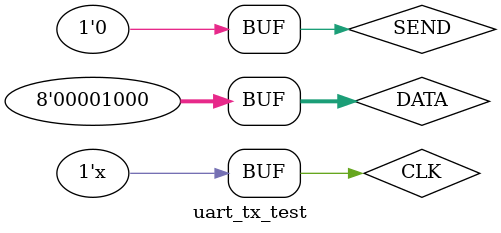
<source format=v>
`timescale 1ns / 1ps


module uart_tx_test;

	// Inputs
	reg SEND;
	reg [7:0] DATA;
	reg CLK;

	// Outputs
	wire READY;
	wire TX;

	// Instantiate the Unit Under Test (UUT)
	uart_tx uut (
		.SEND(SEND), 
		.DATA(DATA), 
		.CLK(CLK), 
		.READY(READY), 
		.TX(TX)
	);
	
	always #5 CLK=~CLK;

	initial begin
		// Initialize Inputs
		SEND = 0;
		DATA = 0;
		CLK = 0;

		// Wait 100 ns for global reset to finish
		#100;
        
		// Add stimulus here
		DATA <= 8;
		SEND = 1;
		#10;
		SEND=0;
		#10;
		#100000;
		//$finish;

	end
      
endmodule


</source>
